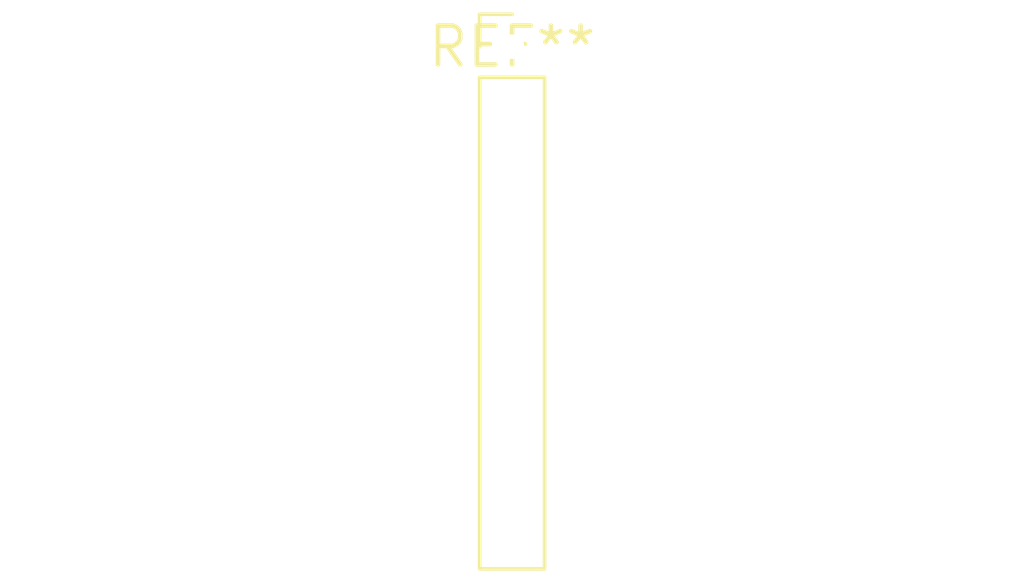
<source format=kicad_pcb>
(kicad_pcb (version 20240108) (generator pcbnew)
  (layers (0 "F.Cu" signal) (31 "B.Cu" signal) (34 "B.Paste" user) (35 "F.Paste" user) (36 "B.SilkS" user "B.Silkscreen") (37 "F.SilkS" user "F.Silkscreen") (38 "B.Mask" user) (39 "F.Mask" user) (44 "Edge.Cuts" user))
  (net 0 "")
  (footprint "PinHeader_1x09_P2.00mm_Vertical" (layer "F.Cu") (at 0 0)
    (property "Reference" "REF**")
    (property "Value" "PinHeader_1x09_P2.00mm_Vertical")
    (fp_line (start -1.06 -1.06) (end 0 -1.06) (layer "F.SilkS") (stroke (width 0.12)))
    (fp_line (start -1.06 0) (end -1.06 -1.06) (layer "F.SilkS") (stroke (width 0.12)))
    (fp_line (start -1.06 1) (end -1.06 17.06) (layer "F.SilkS") (stroke (width 0.12)))
    (fp_line (start -1.06 1) (end 1.06 1) (layer "F.SilkS") (stroke (width 0.12)))
    (fp_line (start -1.06 17.06) (end 1.06 17.06) (layer "F.SilkS") (stroke (width 0.12)))
    (fp_line (start 1.06 1) (end 1.06 17.06) (layer "F.SilkS") (stroke (width 0.12)))
    (pad "1" thru_hole rect (at 0 0) (size 1.35 1.35) (drill 0.8) (layers *.Cu *.Mask) (remove_unused_layers))
    (pad "2" thru_hole oval (at 0 2) (size 1.35 1.35) (drill 0.8) (layers *.Cu *.Mask) (remove_unused_layers))
    (pad "3" thru_hole oval (at 0 4) (size 1.35 1.35) (drill 0.8) (layers *.Cu *.Mask) (remove_unused_layers))
    (pad "4" thru_hole oval (at 0 6) (size 1.35 1.35) (drill 0.8) (layers *.Cu *.Mask) (remove_unused_layers))
    (pad "5" thru_hole oval (at 0 8) (size 1.35 1.35) (drill 0.8) (layers *.Cu *.Mask) (remove_unused_layers))
    (pad "6" thru_hole oval (at 0 10) (size 1.35 1.35) (drill 0.8) (layers *.Cu *.Mask) (remove_unused_layers))
    (pad "7" thru_hole oval (at 0 12) (size 1.35 1.35) (drill 0.8) (layers *.Cu *.Mask) (remove_unused_layers))
    (pad "8" thru_hole oval (at 0 14) (size 1.35 1.35) (drill 0.8) (layers *.Cu *.Mask) (remove_unused_layers))
    (pad "9" thru_hole oval (at 0 16) (size 1.35 1.35) (drill 0.8) (layers *.Cu *.Mask) (remove_unused_layers))
  )
)
</source>
